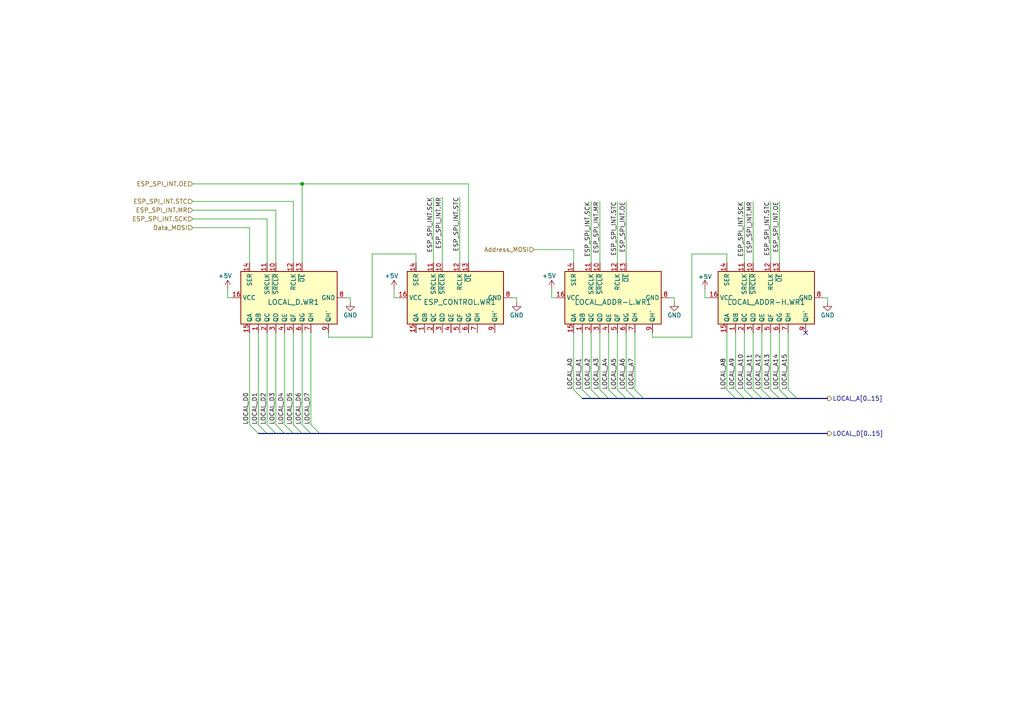
<source format=kicad_sch>
(kicad_sch
	(version 20231120)
	(generator "eeschema")
	(generator_version "8.0")
	(uuid "d176019e-d87d-4ca3-aa19-a50dab961bc1")
	(paper "A4")
	(lib_symbols
		(symbol "74xx:74HC595"
			(exclude_from_sim no)
			(in_bom yes)
			(on_board yes)
			(property "Reference" "U"
				(at -7.62 13.97 0)
				(effects
					(font
						(size 1.27 1.27)
					)
				)
			)
			(property "Value" "74HC595"
				(at -7.62 -16.51 0)
				(effects
					(font
						(size 1.27 1.27)
					)
				)
			)
			(property "Footprint" ""
				(at 0 0 0)
				(effects
					(font
						(size 1.27 1.27)
					)
					(hide yes)
				)
			)
			(property "Datasheet" "http://www.ti.com/lit/ds/symlink/sn74hc595.pdf"
				(at 0 0 0)
				(effects
					(font
						(size 1.27 1.27)
					)
					(hide yes)
				)
			)
			(property "Description" "8-bit serial in/out Shift Register 3-State Outputs"
				(at 0 0 0)
				(effects
					(font
						(size 1.27 1.27)
					)
					(hide yes)
				)
			)
			(property "ki_keywords" "HCMOS SR 3State"
				(at 0 0 0)
				(effects
					(font
						(size 1.27 1.27)
					)
					(hide yes)
				)
			)
			(property "ki_fp_filters" "DIP*W7.62mm* SOIC*3.9x9.9mm*P1.27mm* TSSOP*4.4x5mm*P0.65mm* SOIC*5.3x10.2mm*P1.27mm* SOIC*7.5x10.3mm*P1.27mm*"
				(at 0 0 0)
				(effects
					(font
						(size 1.27 1.27)
					)
					(hide yes)
				)
			)
			(symbol "74HC595_1_0"
				(pin tri_state line
					(at 10.16 7.62 180)
					(length 2.54)
					(name "QB"
						(effects
							(font
								(size 1.27 1.27)
							)
						)
					)
					(number "1"
						(effects
							(font
								(size 1.27 1.27)
							)
						)
					)
				)
				(pin input line
					(at -10.16 2.54 0)
					(length 2.54)
					(name "~{SRCLR}"
						(effects
							(font
								(size 1.27 1.27)
							)
						)
					)
					(number "10"
						(effects
							(font
								(size 1.27 1.27)
							)
						)
					)
				)
				(pin input line
					(at -10.16 5.08 0)
					(length 2.54)
					(name "SRCLK"
						(effects
							(font
								(size 1.27 1.27)
							)
						)
					)
					(number "11"
						(effects
							(font
								(size 1.27 1.27)
							)
						)
					)
				)
				(pin input line
					(at -10.16 -2.54 0)
					(length 2.54)
					(name "RCLK"
						(effects
							(font
								(size 1.27 1.27)
							)
						)
					)
					(number "12"
						(effects
							(font
								(size 1.27 1.27)
							)
						)
					)
				)
				(pin input line
					(at -10.16 -5.08 0)
					(length 2.54)
					(name "~{OE}"
						(effects
							(font
								(size 1.27 1.27)
							)
						)
					)
					(number "13"
						(effects
							(font
								(size 1.27 1.27)
							)
						)
					)
				)
				(pin input line
					(at -10.16 10.16 0)
					(length 2.54)
					(name "SER"
						(effects
							(font
								(size 1.27 1.27)
							)
						)
					)
					(number "14"
						(effects
							(font
								(size 1.27 1.27)
							)
						)
					)
				)
				(pin tri_state line
					(at 10.16 10.16 180)
					(length 2.54)
					(name "QA"
						(effects
							(font
								(size 1.27 1.27)
							)
						)
					)
					(number "15"
						(effects
							(font
								(size 1.27 1.27)
							)
						)
					)
				)
				(pin power_in line
					(at 0 15.24 270)
					(length 2.54)
					(name "VCC"
						(effects
							(font
								(size 1.27 1.27)
							)
						)
					)
					(number "16"
						(effects
							(font
								(size 1.27 1.27)
							)
						)
					)
				)
				(pin tri_state line
					(at 10.16 5.08 180)
					(length 2.54)
					(name "QC"
						(effects
							(font
								(size 1.27 1.27)
							)
						)
					)
					(number "2"
						(effects
							(font
								(size 1.27 1.27)
							)
						)
					)
				)
				(pin tri_state line
					(at 10.16 2.54 180)
					(length 2.54)
					(name "QD"
						(effects
							(font
								(size 1.27 1.27)
							)
						)
					)
					(number "3"
						(effects
							(font
								(size 1.27 1.27)
							)
						)
					)
				)
				(pin tri_state line
					(at 10.16 0 180)
					(length 2.54)
					(name "QE"
						(effects
							(font
								(size 1.27 1.27)
							)
						)
					)
					(number "4"
						(effects
							(font
								(size 1.27 1.27)
							)
						)
					)
				)
				(pin tri_state line
					(at 10.16 -2.54 180)
					(length 2.54)
					(name "QF"
						(effects
							(font
								(size 1.27 1.27)
							)
						)
					)
					(number "5"
						(effects
							(font
								(size 1.27 1.27)
							)
						)
					)
				)
				(pin tri_state line
					(at 10.16 -5.08 180)
					(length 2.54)
					(name "QG"
						(effects
							(font
								(size 1.27 1.27)
							)
						)
					)
					(number "6"
						(effects
							(font
								(size 1.27 1.27)
							)
						)
					)
				)
				(pin tri_state line
					(at 10.16 -7.62 180)
					(length 2.54)
					(name "QH"
						(effects
							(font
								(size 1.27 1.27)
							)
						)
					)
					(number "7"
						(effects
							(font
								(size 1.27 1.27)
							)
						)
					)
				)
				(pin power_in line
					(at 0 -17.78 90)
					(length 2.54)
					(name "GND"
						(effects
							(font
								(size 1.27 1.27)
							)
						)
					)
					(number "8"
						(effects
							(font
								(size 1.27 1.27)
							)
						)
					)
				)
				(pin output line
					(at 10.16 -12.7 180)
					(length 2.54)
					(name "QH'"
						(effects
							(font
								(size 1.27 1.27)
							)
						)
					)
					(number "9"
						(effects
							(font
								(size 1.27 1.27)
							)
						)
					)
				)
			)
			(symbol "74HC595_1_1"
				(rectangle
					(start -7.62 12.7)
					(end 7.62 -15.24)
					(stroke
						(width 0.254)
						(type default)
					)
					(fill
						(type background)
					)
				)
			)
		)
		(symbol "power:+5V"
			(power)
			(pin_names
				(offset 0)
			)
			(exclude_from_sim no)
			(in_bom yes)
			(on_board yes)
			(property "Reference" "#PWR"
				(at 0 -3.81 0)
				(effects
					(font
						(size 1.27 1.27)
					)
					(hide yes)
				)
			)
			(property "Value" "+5V"
				(at 0 3.556 0)
				(effects
					(font
						(size 1.27 1.27)
					)
				)
			)
			(property "Footprint" ""
				(at 0 0 0)
				(effects
					(font
						(size 1.27 1.27)
					)
					(hide yes)
				)
			)
			(property "Datasheet" ""
				(at 0 0 0)
				(effects
					(font
						(size 1.27 1.27)
					)
					(hide yes)
				)
			)
			(property "Description" "Power symbol creates a global label with name \"+5V\""
				(at 0 0 0)
				(effects
					(font
						(size 1.27 1.27)
					)
					(hide yes)
				)
			)
			(property "ki_keywords" "global power"
				(at 0 0 0)
				(effects
					(font
						(size 1.27 1.27)
					)
					(hide yes)
				)
			)
			(symbol "+5V_0_1"
				(polyline
					(pts
						(xy -0.762 1.27) (xy 0 2.54)
					)
					(stroke
						(width 0)
						(type default)
					)
					(fill
						(type none)
					)
				)
				(polyline
					(pts
						(xy 0 0) (xy 0 2.54)
					)
					(stroke
						(width 0)
						(type default)
					)
					(fill
						(type none)
					)
				)
				(polyline
					(pts
						(xy 0 2.54) (xy 0.762 1.27)
					)
					(stroke
						(width 0)
						(type default)
					)
					(fill
						(type none)
					)
				)
			)
			(symbol "+5V_1_1"
				(pin power_in line
					(at 0 0 90)
					(length 0) hide
					(name "+5V"
						(effects
							(font
								(size 1.27 1.27)
							)
						)
					)
					(number "1"
						(effects
							(font
								(size 1.27 1.27)
							)
						)
					)
				)
			)
		)
		(symbol "power:GND"
			(power)
			(pin_names
				(offset 0)
			)
			(exclude_from_sim no)
			(in_bom yes)
			(on_board yes)
			(property "Reference" "#PWR"
				(at 0 -6.35 0)
				(effects
					(font
						(size 1.27 1.27)
					)
					(hide yes)
				)
			)
			(property "Value" "GND"
				(at 0 -3.81 0)
				(effects
					(font
						(size 1.27 1.27)
					)
				)
			)
			(property "Footprint" ""
				(at 0 0 0)
				(effects
					(font
						(size 1.27 1.27)
					)
					(hide yes)
				)
			)
			(property "Datasheet" ""
				(at 0 0 0)
				(effects
					(font
						(size 1.27 1.27)
					)
					(hide yes)
				)
			)
			(property "Description" "Power symbol creates a global label with name \"GND\" , ground"
				(at 0 0 0)
				(effects
					(font
						(size 1.27 1.27)
					)
					(hide yes)
				)
			)
			(property "ki_keywords" "global power"
				(at 0 0 0)
				(effects
					(font
						(size 1.27 1.27)
					)
					(hide yes)
				)
			)
			(symbol "GND_0_1"
				(polyline
					(pts
						(xy 0 0) (xy 0 -1.27) (xy 1.27 -1.27) (xy 0 -2.54) (xy -1.27 -1.27) (xy 0 -1.27)
					)
					(stroke
						(width 0)
						(type default)
					)
					(fill
						(type none)
					)
				)
			)
			(symbol "GND_1_1"
				(pin power_in line
					(at 0 0 270)
					(length 0) hide
					(name "GND"
						(effects
							(font
								(size 1.27 1.27)
							)
						)
					)
					(number "1"
						(effects
							(font
								(size 1.27 1.27)
							)
						)
					)
				)
			)
		)
	)
	(junction
		(at 87.63 53.34)
		(diameter 0)
		(color 0 0 0 0)
		(uuid "2595305b-b1fd-491b-a9bd-df4f75420cc5")
	)
	(no_connect
		(at 233.68 96.52)
		(uuid "a3dd3603-5ef7-4af0-b551-b3ea12798944")
	)
	(bus_entry
		(at 228.6 113.03)
		(size 2.54 2.54)
		(stroke
			(width 0)
			(type default)
		)
		(uuid "0df79844-9d7d-460b-9df8-619c323b09da")
	)
	(bus_entry
		(at 72.39 123.19)
		(size 2.54 2.54)
		(stroke
			(width 0)
			(type default)
		)
		(uuid "10dd36bf-8e19-4541-91d0-3ce50e379cb4")
	)
	(bus_entry
		(at 90.17 123.19)
		(size 2.54 2.54)
		(stroke
			(width 0)
			(type default)
		)
		(uuid "1597f3cb-da84-4cde-9e3b-a4b0001b4b6b")
	)
	(bus_entry
		(at 87.63 123.19)
		(size 2.54 2.54)
		(stroke
			(width 0)
			(type default)
		)
		(uuid "307d5a2e-dc88-410b-9b2a-5e2fc5953b14")
	)
	(bus_entry
		(at 220.98 113.03)
		(size 2.54 2.54)
		(stroke
			(width 0)
			(type default)
		)
		(uuid "30fee1b5-4d6c-424e-9933-fdbb739e98b5")
	)
	(bus_entry
		(at 74.93 123.19)
		(size 2.54 2.54)
		(stroke
			(width 0)
			(type default)
		)
		(uuid "397cc8b6-6914-47af-b308-edff368bd29f")
	)
	(bus_entry
		(at 173.99 113.03)
		(size 2.54 2.54)
		(stroke
			(width 0)
			(type default)
		)
		(uuid "3d0a64cf-cedd-479e-a747-305e58af136f")
	)
	(bus_entry
		(at 223.52 113.03)
		(size 2.54 2.54)
		(stroke
			(width 0)
			(type default)
		)
		(uuid "5cfd05c3-3de0-41a3-bfd7-b6111e53e22c")
	)
	(bus_entry
		(at 176.53 113.03)
		(size 2.54 2.54)
		(stroke
			(width 0)
			(type default)
		)
		(uuid "5ec00040-c839-42c5-ab71-d8b5d276a7c2")
	)
	(bus_entry
		(at 77.47 123.19)
		(size 2.54 2.54)
		(stroke
			(width 0)
			(type default)
		)
		(uuid "83b54731-41b3-485f-8553-0bf1ddc8f4b6")
	)
	(bus_entry
		(at 168.91 113.03)
		(size 2.54 2.54)
		(stroke
			(width 0)
			(type default)
		)
		(uuid "8f890b85-ff99-42c5-bd7f-1baac4665ab8")
	)
	(bus_entry
		(at 215.9 113.03)
		(size 2.54 2.54)
		(stroke
			(width 0)
			(type default)
		)
		(uuid "92bc7428-e920-4477-b580-7f3c336ee916")
	)
	(bus_entry
		(at 181.61 113.03)
		(size 2.54 2.54)
		(stroke
			(width 0)
			(type default)
		)
		(uuid "96c7a331-3722-4ca6-9049-074a7048351a")
	)
	(bus_entry
		(at 166.37 113.03)
		(size 2.54 2.54)
		(stroke
			(width 0)
			(type default)
		)
		(uuid "aa345747-1471-484c-ac44-1ba408a407ed")
	)
	(bus_entry
		(at 85.09 123.19)
		(size 2.54 2.54)
		(stroke
			(width 0)
			(type default)
		)
		(uuid "b05a5b7b-9311-44de-b4a0-85bd8828c148")
	)
	(bus_entry
		(at 184.15 113.03)
		(size 2.54 2.54)
		(stroke
			(width 0)
			(type default)
		)
		(uuid "b2c36449-118b-45e3-90f5-1c7d1f0f5f5c")
	)
	(bus_entry
		(at 80.01 123.19)
		(size 2.54 2.54)
		(stroke
			(width 0)
			(type default)
		)
		(uuid "c06cf76f-1f54-4fbb-b627-fc10f7cbf89b")
	)
	(bus_entry
		(at 226.06 113.03)
		(size 2.54 2.54)
		(stroke
			(width 0)
			(type default)
		)
		(uuid "c8e293f7-bbff-4d13-a6f9-b3dc6615cfe8")
	)
	(bus_entry
		(at 210.82 113.03)
		(size 2.54 2.54)
		(stroke
			(width 0)
			(type default)
		)
		(uuid "d159e2f8-fba5-4182-9da4-b8f321e05b1a")
	)
	(bus_entry
		(at 218.44 113.03)
		(size 2.54 2.54)
		(stroke
			(width 0)
			(type default)
		)
		(uuid "e104b772-df6c-40e6-b177-2e7fac6eceb4")
	)
	(bus_entry
		(at 213.36 113.03)
		(size 2.54 2.54)
		(stroke
			(width 0)
			(type default)
		)
		(uuid "e1062f48-8dc0-4557-badb-4c9f4eabaaf6")
	)
	(bus_entry
		(at 171.45 113.03)
		(size 2.54 2.54)
		(stroke
			(width 0)
			(type default)
		)
		(uuid "e438e286-fefa-403c-bb8f-5462a5335e40")
	)
	(bus_entry
		(at 179.07 113.03)
		(size 2.54 2.54)
		(stroke
			(width 0)
			(type default)
		)
		(uuid "f5d8b908-f9bb-4048-b339-d0d33e3564ed")
	)
	(bus_entry
		(at 82.55 123.19)
		(size 2.54 2.54)
		(stroke
			(width 0)
			(type default)
		)
		(uuid "fab15024-e8ff-44ef-8737-3cf1096d5bfa")
	)
	(wire
		(pts
			(xy 200.66 97.79) (xy 200.66 73.66)
		)
		(stroke
			(width 0)
			(type default)
		)
		(uuid "0270347a-9b4a-4709-ba13-e239837025a0")
	)
	(bus
		(pts
			(xy 173.99 115.57) (xy 176.53 115.57)
		)
		(stroke
			(width 0)
			(type default)
		)
		(uuid "02c43ee6-36e7-49cf-b636-e471990b2e89")
	)
	(wire
		(pts
			(xy 223.52 96.52) (xy 223.52 113.03)
		)
		(stroke
			(width 0)
			(type default)
		)
		(uuid "0465c0de-590f-46e3-a4a3-e51bddc087ff")
	)
	(wire
		(pts
			(xy 55.88 66.04) (xy 72.39 66.04)
		)
		(stroke
			(width 0)
			(type default)
		)
		(uuid "077561b7-cc65-4094-a792-cf4dac882e40")
	)
	(bus
		(pts
			(xy 213.36 115.57) (xy 215.9 115.57)
		)
		(stroke
			(width 0)
			(type default)
		)
		(uuid "0897c4a9-b172-483c-b535-00bee367c2c0")
	)
	(wire
		(pts
			(xy 101.6 87.63) (xy 101.6 86.36)
		)
		(stroke
			(width 0)
			(type default)
		)
		(uuid "0a2cf1bb-eea3-46e4-82c4-77cf0b77c469")
	)
	(bus
		(pts
			(xy 168.91 115.57) (xy 171.45 115.57)
		)
		(stroke
			(width 0)
			(type default)
		)
		(uuid "0d2905e2-8045-4c98-bbcc-b57b00cdf7de")
	)
	(wire
		(pts
			(xy 107.95 73.66) (xy 120.65 73.66)
		)
		(stroke
			(width 0)
			(type default)
		)
		(uuid "0e0beb60-92db-4f03-b225-1ad8b8c8dc33")
	)
	(wire
		(pts
			(xy 200.66 97.79) (xy 189.23 97.79)
		)
		(stroke
			(width 0)
			(type default)
		)
		(uuid "0e4ffe9a-abbf-4146-b4a0-731226e1ed2e")
	)
	(wire
		(pts
			(xy 87.63 53.34) (xy 135.89 53.34)
		)
		(stroke
			(width 0)
			(type default)
		)
		(uuid "0f403ee3-7f92-4649-92e3-86537b78fe73")
	)
	(wire
		(pts
			(xy 55.88 60.96) (xy 80.01 60.96)
		)
		(stroke
			(width 0)
			(type default)
		)
		(uuid "0fcb69aa-2d51-46e1-a048-45c870153919")
	)
	(wire
		(pts
			(xy 184.15 96.52) (xy 184.15 113.03)
		)
		(stroke
			(width 0)
			(type default)
		)
		(uuid "122d274e-64dd-4ffc-984e-e7eeaeafaa08")
	)
	(bus
		(pts
			(xy 74.93 125.73) (xy 77.47 125.73)
		)
		(stroke
			(width 0)
			(type default)
		)
		(uuid "14eefcee-5e18-4919-9019-59f6befebc14")
	)
	(wire
		(pts
			(xy 220.98 96.52) (xy 220.98 113.03)
		)
		(stroke
			(width 0)
			(type default)
		)
		(uuid "173d0082-9905-4106-a7f0-d8ea385e9662")
	)
	(wire
		(pts
			(xy 218.44 96.52) (xy 218.44 113.03)
		)
		(stroke
			(width 0)
			(type default)
		)
		(uuid "189cb279-6667-401f-9083-aef57cf1710a")
	)
	(wire
		(pts
			(xy 87.63 123.19) (xy 87.63 96.52)
		)
		(stroke
			(width 0)
			(type default)
		)
		(uuid "1afa5c0a-d53a-42f1-9aca-ef844be38dd3")
	)
	(wire
		(pts
			(xy 72.39 66.04) (xy 72.39 76.2)
		)
		(stroke
			(width 0)
			(type default)
		)
		(uuid "1e27a3f9-0c1a-450f-b2a4-b72b8b56b66d")
	)
	(wire
		(pts
			(xy 107.95 97.79) (xy 95.25 97.79)
		)
		(stroke
			(width 0)
			(type default)
		)
		(uuid "24e5f7f3-39bb-4ac8-9c18-dcc74107a898")
	)
	(wire
		(pts
			(xy 72.39 123.19) (xy 72.39 96.52)
		)
		(stroke
			(width 0)
			(type default)
		)
		(uuid "283d7aa0-2eff-4a58-8957-928466ee1954")
	)
	(wire
		(pts
			(xy 160.02 83.82) (xy 160.02 86.36)
		)
		(stroke
			(width 0)
			(type default)
		)
		(uuid "2a4eb743-2e06-471e-ba37-66de0c48ce10")
	)
	(bus
		(pts
			(xy 85.09 125.73) (xy 87.63 125.73)
		)
		(stroke
			(width 0)
			(type default)
		)
		(uuid "2e975d0d-f52d-43c7-9db1-518b35f7666f")
	)
	(wire
		(pts
			(xy 223.52 58.42) (xy 223.52 76.2)
		)
		(stroke
			(width 0)
			(type default)
		)
		(uuid "32bf68cd-ebe2-413f-b535-33eeb14ef101")
	)
	(wire
		(pts
			(xy 173.99 96.52) (xy 173.99 113.03)
		)
		(stroke
			(width 0)
			(type default)
		)
		(uuid "36545b8c-8992-4b32-90cb-f59f127ded7d")
	)
	(bus
		(pts
			(xy 215.9 115.57) (xy 218.44 115.57)
		)
		(stroke
			(width 0)
			(type default)
		)
		(uuid "398c4951-51ec-4077-8598-69482196afd4")
	)
	(bus
		(pts
			(xy 228.6 115.57) (xy 231.14 115.57)
		)
		(stroke
			(width 0)
			(type default)
		)
		(uuid "3b5241a0-d4ef-4d38-a5e1-21a4e0341f36")
	)
	(wire
		(pts
			(xy 179.07 58.42) (xy 179.07 76.2)
		)
		(stroke
			(width 0)
			(type default)
		)
		(uuid "3d80fd96-117b-476c-845d-7a74a8bb74b6")
	)
	(wire
		(pts
			(xy 154.94 72.39) (xy 166.37 72.39)
		)
		(stroke
			(width 0)
			(type default)
		)
		(uuid "3db083c3-7aa4-44ff-8968-e930d24675ee")
	)
	(wire
		(pts
			(xy 176.53 96.52) (xy 176.53 113.03)
		)
		(stroke
			(width 0)
			(type default)
		)
		(uuid "40bafe0c-0620-470f-9c5c-e36b333caa12")
	)
	(wire
		(pts
			(xy 181.61 58.42) (xy 181.61 76.2)
		)
		(stroke
			(width 0)
			(type default)
		)
		(uuid "472052a1-40a9-46d4-b28d-96bf80c67de5")
	)
	(wire
		(pts
			(xy 135.89 53.34) (xy 135.89 76.2)
		)
		(stroke
			(width 0)
			(type default)
		)
		(uuid "499f92a0-8f19-4881-a50b-2cd9c8cad1c6")
	)
	(wire
		(pts
			(xy 210.82 76.2) (xy 210.82 73.66)
		)
		(stroke
			(width 0)
			(type default)
		)
		(uuid "4cf140b1-19fe-4e0a-ab11-0ac2ba6dc5eb")
	)
	(wire
		(pts
			(xy 204.47 83.82) (xy 204.47 86.36)
		)
		(stroke
			(width 0)
			(type default)
		)
		(uuid "4e3c59d0-1d1e-4534-acf1-fefd5e90e99a")
	)
	(wire
		(pts
			(xy 240.03 86.36) (xy 240.03 87.63)
		)
		(stroke
			(width 0)
			(type default)
		)
		(uuid "4f1b2e25-d8fa-40de-a6c3-94f1e46f54e8")
	)
	(wire
		(pts
			(xy 226.06 96.52) (xy 226.06 113.03)
		)
		(stroke
			(width 0)
			(type default)
		)
		(uuid "5029907c-0971-442d-8b42-b40a73ac1271")
	)
	(wire
		(pts
			(xy 66.04 86.36) (xy 67.31 86.36)
		)
		(stroke
			(width 0)
			(type default)
		)
		(uuid "5330b857-b25f-4ccf-b596-bd84c9712bba")
	)
	(bus
		(pts
			(xy 186.69 115.57) (xy 213.36 115.57)
		)
		(stroke
			(width 0)
			(type default)
		)
		(uuid "59524b62-e639-4776-ae73-f2e884399436")
	)
	(wire
		(pts
			(xy 80.01 123.19) (xy 80.01 96.52)
		)
		(stroke
			(width 0)
			(type default)
		)
		(uuid "5ebc2126-84b2-4f1f-986f-9300ee965602")
	)
	(wire
		(pts
			(xy 125.73 57.15) (xy 125.73 76.2)
		)
		(stroke
			(width 0)
			(type default)
		)
		(uuid "67853870-6022-4815-9cf4-0830bdd76b5f")
	)
	(bus
		(pts
			(xy 80.01 125.73) (xy 82.55 125.73)
		)
		(stroke
			(width 0)
			(type default)
		)
		(uuid "690570f6-2a74-4b36-ba55-32a1c8630c8f")
	)
	(wire
		(pts
			(xy 166.37 72.39) (xy 166.37 76.2)
		)
		(stroke
			(width 0)
			(type default)
		)
		(uuid "691c12b2-8d68-4959-bc6e-e1e7c898668a")
	)
	(wire
		(pts
			(xy 171.45 58.42) (xy 171.45 76.2)
		)
		(stroke
			(width 0)
			(type default)
		)
		(uuid "6a0c11d9-487e-4a00-8a3f-d2e8a057099e")
	)
	(wire
		(pts
			(xy 85.09 58.42) (xy 85.09 76.2)
		)
		(stroke
			(width 0)
			(type default)
		)
		(uuid "6b050895-40a1-4d66-8f9d-d9837e7277ae")
	)
	(wire
		(pts
			(xy 149.86 86.36) (xy 148.59 86.36)
		)
		(stroke
			(width 0)
			(type default)
		)
		(uuid "7015510d-1740-40b6-9c46-7e7aab452714")
	)
	(bus
		(pts
			(xy 179.07 115.57) (xy 181.61 115.57)
		)
		(stroke
			(width 0)
			(type default)
		)
		(uuid "706023e7-6b03-4d37-abb1-531d2eee1576")
	)
	(wire
		(pts
			(xy 215.9 96.52) (xy 215.9 113.03)
		)
		(stroke
			(width 0)
			(type default)
		)
		(uuid "77383a45-2a07-4cb4-8482-73b0941e6aa1")
	)
	(wire
		(pts
			(xy 200.66 73.66) (xy 210.82 73.66)
		)
		(stroke
			(width 0)
			(type default)
		)
		(uuid "798cd417-848a-4fce-b535-2dd35d504ac0")
	)
	(wire
		(pts
			(xy 210.82 96.52) (xy 210.82 113.03)
		)
		(stroke
			(width 0)
			(type default)
		)
		(uuid "7c10430d-a1a2-492a-a65e-5ab00cb65b07")
	)
	(wire
		(pts
			(xy 114.3 86.36) (xy 115.57 86.36)
		)
		(stroke
			(width 0)
			(type default)
		)
		(uuid "7c74295a-8189-441e-ac10-a757dad0f5e9")
	)
	(bus
		(pts
			(xy 82.55 125.73) (xy 85.09 125.73)
		)
		(stroke
			(width 0)
			(type default)
		)
		(uuid "7d56a509-0938-4732-9088-02410091344c")
	)
	(wire
		(pts
			(xy 195.58 86.36) (xy 195.58 87.63)
		)
		(stroke
			(width 0)
			(type default)
		)
		(uuid "7e7150f3-9d20-4b3a-aefa-182c9cb4e523")
	)
	(wire
		(pts
			(xy 85.09 123.19) (xy 85.09 96.52)
		)
		(stroke
			(width 0)
			(type default)
		)
		(uuid "856d7c28-3fa5-4372-9448-349f95eb03f3")
	)
	(wire
		(pts
			(xy 101.6 86.36) (xy 100.33 86.36)
		)
		(stroke
			(width 0)
			(type default)
		)
		(uuid "87b5bcb3-a6da-4a6b-8adf-4336a8085676")
	)
	(wire
		(pts
			(xy 74.93 123.19) (xy 74.93 96.52)
		)
		(stroke
			(width 0)
			(type default)
		)
		(uuid "87c3b0c1-62d2-4303-a772-aaec194816c4")
	)
	(wire
		(pts
			(xy 55.88 53.34) (xy 87.63 53.34)
		)
		(stroke
			(width 0)
			(type default)
		)
		(uuid "8acc82de-9847-4524-b249-6d84bb37560d")
	)
	(wire
		(pts
			(xy 173.99 58.42) (xy 173.99 76.2)
		)
		(stroke
			(width 0)
			(type default)
		)
		(uuid "8b10b9d3-7dc5-4bb4-9b77-e179a3d9c72b")
	)
	(wire
		(pts
			(xy 95.25 97.79) (xy 95.25 96.52)
		)
		(stroke
			(width 0)
			(type default)
		)
		(uuid "91e22894-2133-448a-8d56-d95ddea996f4")
	)
	(bus
		(pts
			(xy 77.47 125.73) (xy 80.01 125.73)
		)
		(stroke
			(width 0)
			(type default)
		)
		(uuid "94dfe256-fb77-443c-bd31-b01deb8ce5d2")
	)
	(wire
		(pts
			(xy 166.37 96.52) (xy 166.37 113.03)
		)
		(stroke
			(width 0)
			(type default)
		)
		(uuid "977de401-8414-4c39-ba71-4be725624245")
	)
	(bus
		(pts
			(xy 92.71 125.73) (xy 240.03 125.73)
		)
		(stroke
			(width 0)
			(type default)
		)
		(uuid "97a64225-f1e9-4b21-8ee9-ac1b569923e0")
	)
	(wire
		(pts
			(xy 168.91 96.52) (xy 168.91 113.03)
		)
		(stroke
			(width 0)
			(type default)
		)
		(uuid "9899a3e5-71f9-4257-9b38-de6e47707992")
	)
	(wire
		(pts
			(xy 215.9 58.42) (xy 215.9 76.2)
		)
		(stroke
			(width 0)
			(type default)
		)
		(uuid "9aeb5030-5590-4e5b-be15-81b5a7b8f778")
	)
	(wire
		(pts
			(xy 179.07 96.52) (xy 179.07 113.03)
		)
		(stroke
			(width 0)
			(type default)
		)
		(uuid "9ba234b7-b884-4da1-8984-880e9c9aeaa9")
	)
	(wire
		(pts
			(xy 114.3 83.82) (xy 114.3 86.36)
		)
		(stroke
			(width 0)
			(type default)
		)
		(uuid "9de3472b-ba5e-4584-91bf-ac4db6e32803")
	)
	(wire
		(pts
			(xy 120.65 73.66) (xy 120.65 76.2)
		)
		(stroke
			(width 0)
			(type default)
		)
		(uuid "9ef9d204-d6a8-4725-b778-7ab0d2b83363")
	)
	(wire
		(pts
			(xy 90.17 123.19) (xy 90.17 96.52)
		)
		(stroke
			(width 0)
			(type default)
		)
		(uuid "a09099f5-26ac-44ba-8b52-5dc494d2b132")
	)
	(wire
		(pts
			(xy 213.36 96.52) (xy 213.36 113.03)
		)
		(stroke
			(width 0)
			(type default)
		)
		(uuid "a26a86f2-0b71-43c6-b007-44ef0ee417a0")
	)
	(wire
		(pts
			(xy 80.01 60.96) (xy 80.01 76.2)
		)
		(stroke
			(width 0)
			(type default)
		)
		(uuid "aa5cebf6-7017-4422-83a5-01f797776228")
	)
	(wire
		(pts
			(xy 181.61 96.52) (xy 181.61 113.03)
		)
		(stroke
			(width 0)
			(type default)
		)
		(uuid "b3e98c41-40ac-43ab-9742-b8b698b89a93")
	)
	(wire
		(pts
			(xy 82.55 123.19) (xy 82.55 96.52)
		)
		(stroke
			(width 0)
			(type default)
		)
		(uuid "b642c0d4-2e3e-4093-8769-61c8df96ba62")
	)
	(wire
		(pts
			(xy 149.86 87.63) (xy 149.86 86.36)
		)
		(stroke
			(width 0)
			(type default)
		)
		(uuid "b83b4a6a-0781-4e19-ab1d-71d6d7d5c371")
	)
	(wire
		(pts
			(xy 218.44 58.42) (xy 218.44 76.2)
		)
		(stroke
			(width 0)
			(type default)
		)
		(uuid "baecd289-4899-487d-b192-2af7573f23e5")
	)
	(bus
		(pts
			(xy 226.06 115.57) (xy 228.6 115.57)
		)
		(stroke
			(width 0)
			(type default)
		)
		(uuid "bc3280a2-13ef-41ef-a4f8-165e11cb3e12")
	)
	(bus
		(pts
			(xy 171.45 115.57) (xy 173.99 115.57)
		)
		(stroke
			(width 0)
			(type default)
		)
		(uuid "c1067f78-d63a-44d7-bf71-6d56e75ba341")
	)
	(bus
		(pts
			(xy 223.52 115.57) (xy 226.06 115.57)
		)
		(stroke
			(width 0)
			(type default)
		)
		(uuid "c1e67e15-5ed2-43ba-a253-75c235cf9b7d")
	)
	(wire
		(pts
			(xy 128.27 76.2) (xy 128.27 57.15)
		)
		(stroke
			(width 0)
			(type default)
		)
		(uuid "c2797609-25d6-4e38-b7f0-eb848440dc67")
	)
	(bus
		(pts
			(xy 218.44 115.57) (xy 220.98 115.57)
		)
		(stroke
			(width 0)
			(type default)
		)
		(uuid "c7bb64b1-c172-4099-a22d-3c391c51c109")
	)
	(wire
		(pts
			(xy 228.6 96.52) (xy 228.6 113.03)
		)
		(stroke
			(width 0)
			(type default)
		)
		(uuid "cd37e1a5-5098-4834-96cf-c3ed9a70b60f")
	)
	(bus
		(pts
			(xy 181.61 115.57) (xy 184.15 115.57)
		)
		(stroke
			(width 0)
			(type default)
		)
		(uuid "cf9539e8-0540-4b65-af1c-1275c528f27f")
	)
	(wire
		(pts
			(xy 87.63 53.34) (xy 87.63 76.2)
		)
		(stroke
			(width 0)
			(type default)
		)
		(uuid "cfff52ad-f5a2-4d8d-8d44-2bce9b46aac4")
	)
	(wire
		(pts
			(xy 195.58 86.36) (xy 194.31 86.36)
		)
		(stroke
			(width 0)
			(type default)
		)
		(uuid "d10e96b2-0aec-45b5-bc62-569d4048e1df")
	)
	(wire
		(pts
			(xy 160.02 86.36) (xy 161.29 86.36)
		)
		(stroke
			(width 0)
			(type default)
		)
		(uuid "d2b9315a-69a1-41a8-b14f-5aa4e2800fc1")
	)
	(wire
		(pts
			(xy 77.47 123.19) (xy 77.47 96.52)
		)
		(stroke
			(width 0)
			(type default)
		)
		(uuid "d44cd05b-c4f1-432a-9bf5-2b00867d3b14")
	)
	(wire
		(pts
			(xy 107.95 97.79) (xy 107.95 73.66)
		)
		(stroke
			(width 0)
			(type default)
		)
		(uuid "d99eb5ef-15cd-4330-84b6-1e2a6823f6e0")
	)
	(bus
		(pts
			(xy 90.17 125.73) (xy 92.71 125.73)
		)
		(stroke
			(width 0)
			(type default)
		)
		(uuid "dc2aeecc-e1a7-4ff1-83bb-717d002220d6")
	)
	(wire
		(pts
			(xy 204.47 86.36) (xy 205.74 86.36)
		)
		(stroke
			(width 0)
			(type default)
		)
		(uuid "dcc72426-abd4-4494-8311-665320b32543")
	)
	(bus
		(pts
			(xy 184.15 115.57) (xy 186.69 115.57)
		)
		(stroke
			(width 0)
			(type default)
		)
		(uuid "e1a0020f-34b5-4986-93c3-0f8c09cb20b8")
	)
	(wire
		(pts
			(xy 226.06 58.42) (xy 226.06 76.2)
		)
		(stroke
			(width 0)
			(type default)
		)
		(uuid "e2880eb7-1e71-486f-aa96-d9a3d1125c68")
	)
	(wire
		(pts
			(xy 77.47 63.5) (xy 77.47 76.2)
		)
		(stroke
			(width 0)
			(type default)
		)
		(uuid "e335514a-7a85-441b-a9c7-53662c3fa55b")
	)
	(bus
		(pts
			(xy 87.63 125.73) (xy 90.17 125.73)
		)
		(stroke
			(width 0)
			(type default)
		)
		(uuid "e97fef39-d44e-4246-98cc-42f04b5e4cd9")
	)
	(wire
		(pts
			(xy 189.23 97.79) (xy 189.23 96.52)
		)
		(stroke
			(width 0)
			(type default)
		)
		(uuid "e9abf816-2e6e-4bde-bb35-07f47cfe25d2")
	)
	(wire
		(pts
			(xy 66.04 83.82) (xy 66.04 86.36)
		)
		(stroke
			(width 0)
			(type default)
		)
		(uuid "ea385124-19a1-48d4-8542-89e61b575380")
	)
	(wire
		(pts
			(xy 171.45 96.52) (xy 171.45 113.03)
		)
		(stroke
			(width 0)
			(type default)
		)
		(uuid "ea7cfcc5-f41d-4666-8c26-9092b2f2fff0")
	)
	(wire
		(pts
			(xy 133.35 57.15) (xy 133.35 76.2)
		)
		(stroke
			(width 0)
			(type default)
		)
		(uuid "ee746bde-9c96-4fba-a82d-b80189788d1c")
	)
	(bus
		(pts
			(xy 220.98 115.57) (xy 223.52 115.57)
		)
		(stroke
			(width 0)
			(type default)
		)
		(uuid "f3ba8a6c-ea8f-4262-a21d-44291a6c2cb4")
	)
	(bus
		(pts
			(xy 231.14 115.57) (xy 240.03 115.57)
		)
		(stroke
			(width 0)
			(type default)
		)
		(uuid "f9ad91d0-fad5-4e7a-b690-8bbf9f65db37")
	)
	(wire
		(pts
			(xy 55.88 58.42) (xy 85.09 58.42)
		)
		(stroke
			(width 0)
			(type default)
		)
		(uuid "fb4b911b-6632-4b59-9189-ccab0bdfa4dc")
	)
	(wire
		(pts
			(xy 55.88 63.5) (xy 77.47 63.5)
		)
		(stroke
			(width 0)
			(type default)
		)
		(uuid "fcf70245-f22b-4330-b9cb-0932dbae4fb6")
	)
	(wire
		(pts
			(xy 240.03 86.36) (xy 238.76 86.36)
		)
		(stroke
			(width 0)
			(type default)
		)
		(uuid "ff22ee04-daef-4cf6-ba4e-cf162589c744")
	)
	(bus
		(pts
			(xy 176.53 115.57) (xy 179.07 115.57)
		)
		(stroke
			(width 0)
			(type default)
		)
		(uuid "ffe9410c-1322-477c-9ad9-e8cf954b8c1c")
	)
	(label "LOCAL_D2"
		(at 77.47 123.19 90)
		(fields_autoplaced yes)
		(effects
			(font
				(size 1.27 1.27)
			)
			(justify left bottom)
		)
		(uuid "15284989-160c-4719-9ed3-a8f0b290ee01")
	)
	(label "LOCAL_D1"
		(at 74.93 123.19 90)
		(fields_autoplaced yes)
		(effects
			(font
				(size 1.27 1.27)
			)
			(justify left bottom)
		)
		(uuid "3208b0bb-8c54-4bcf-9261-34389499b9a7")
	)
	(label "ESP_SPI_INT.STC"
		(at 133.35 57.15 270)
		(fields_autoplaced yes)
		(effects
			(font
				(size 1.27 1.27)
			)
			(justify right bottom)
		)
		(uuid "350297dd-d0b8-4eb9-8671-e1766034a6b7")
	)
	(label "LOCAL_A3"
		(at 173.99 113.03 90)
		(fields_autoplaced yes)
		(effects
			(font
				(size 1.27 1.27)
			)
			(justify left bottom)
		)
		(uuid "35ce71e7-c4d5-4b26-a984-7b67da576a3e")
	)
	(label "LOCAL_D6"
		(at 87.63 123.19 90)
		(fields_autoplaced yes)
		(effects
			(font
				(size 1.27 1.27)
			)
			(justify left bottom)
		)
		(uuid "42b34112-a066-4464-a4db-ec5645371396")
	)
	(label "ESP_SPI_INT.STC"
		(at 179.07 58.42 270)
		(fields_autoplaced yes)
		(effects
			(font
				(size 1.27 1.27)
			)
			(justify right bottom)
		)
		(uuid "4806e9a1-d76a-4d83-93b8-4756f97bea43")
	)
	(label "ESP_SPI_INT.MR"
		(at 128.27 57.15 270)
		(fields_autoplaced yes)
		(effects
			(font
				(size 1.27 1.27)
			)
			(justify right bottom)
		)
		(uuid "4983e93b-3d1d-456f-a906-e225b3cd1c59")
	)
	(label "LOCAL_A9"
		(at 213.36 113.03 90)
		(fields_autoplaced yes)
		(effects
			(font
				(size 1.27 1.27)
			)
			(justify left bottom)
		)
		(uuid "4ef1bd6f-7b20-4ad1-9f8f-3ab079ab4686")
	)
	(label "LOCAL_A1"
		(at 168.91 113.03 90)
		(fields_autoplaced yes)
		(effects
			(font
				(size 1.27 1.27)
			)
			(justify left bottom)
		)
		(uuid "5154d434-5e9d-45ce-9e9b-110c2d23b41a")
	)
	(label "ESP_SPI_INT.STC"
		(at 223.52 58.42 270)
		(fields_autoplaced yes)
		(effects
			(font
				(size 1.27 1.27)
			)
			(justify right bottom)
		)
		(uuid "61933ef7-1cc1-476a-9678-5ceeaaf0ecbd")
	)
	(label "LOCAL_D4"
		(at 82.55 123.19 90)
		(fields_autoplaced yes)
		(effects
			(font
				(size 1.27 1.27)
			)
			(justify left bottom)
		)
		(uuid "6281b6ea-61db-4b68-96e7-99a67733c98c")
	)
	(label "ESP_SPI_INT.SCK"
		(at 125.73 57.15 270)
		(fields_autoplaced yes)
		(effects
			(font
				(size 1.27 1.27)
			)
			(justify right bottom)
		)
		(uuid "6519f1a1-4538-4616-986e-d7d80d97bd3c")
	)
	(label "ESP_SPI_INT.SCK"
		(at 215.9 58.42 270)
		(fields_autoplaced yes)
		(effects
			(font
				(size 1.27 1.27)
			)
			(justify right bottom)
		)
		(uuid "6e966d9b-b416-4b64-82c8-baa7104ab3f2")
	)
	(label "LOCAL_D0"
		(at 72.39 123.19 90)
		(fields_autoplaced yes)
		(effects
			(font
				(size 1.27 1.27)
			)
			(justify left bottom)
		)
		(uuid "771556ad-5b0b-417b-a644-3cb4aad189c6")
	)
	(label "LOCAL_A2"
		(at 171.45 113.03 90)
		(fields_autoplaced yes)
		(effects
			(font
				(size 1.27 1.27)
			)
			(justify left bottom)
		)
		(uuid "8530a9a1-f1db-4284-adc6-a172d9bb54c0")
	)
	(label "LOCAL_D5"
		(at 85.09 123.19 90)
		(fields_autoplaced yes)
		(effects
			(font
				(size 1.27 1.27)
			)
			(justify left bottom)
		)
		(uuid "8a7affbe-da7b-46d6-ab5f-3ecf0e8ccc82")
	)
	(label "ESP_SPI_INT.SCK"
		(at 171.45 58.42 270)
		(fields_autoplaced yes)
		(effects
			(font
				(size 1.27 1.27)
			)
			(justify right bottom)
		)
		(uuid "8b0f6545-52c0-44af-a894-da6f34e8cf12")
	)
	(label "LOCAL_A5"
		(at 179.07 113.03 90)
		(fields_autoplaced yes)
		(effects
			(font
				(size 1.27 1.27)
			)
			(justify left bottom)
		)
		(uuid "8b2ca512-4761-43ec-a8c7-460e12ac2223")
	)
	(label "LOCAL_D7"
		(at 90.17 123.19 90)
		(fields_autoplaced yes)
		(effects
			(font
				(size 1.27 1.27)
			)
			(justify left bottom)
		)
		(uuid "90817fd5-7ab8-4ada-90fd-1b39db1b929d")
	)
	(label "ESP_SPI_INT.MR"
		(at 173.99 58.42 270)
		(fields_autoplaced yes)
		(effects
			(font
				(size 1.27 1.27)
			)
			(justify right bottom)
		)
		(uuid "9a0106bc-3c79-4f8c-8531-3ccb3e8b749f")
	)
	(label "LOCAL_A10"
		(at 215.9 113.03 90)
		(fields_autoplaced yes)
		(effects
			(font
				(size 1.27 1.27)
			)
			(justify left bottom)
		)
		(uuid "a4d844d4-56f3-4c5d-93b9-1ce1c7dabb85")
	)
	(label "LOCAL_A12"
		(at 220.98 113.03 90)
		(fields_autoplaced yes)
		(effects
			(font
				(size 1.27 1.27)
			)
			(justify left bottom)
		)
		(uuid "ae0a968d-bc26-4d51-96ae-1433f67ce522")
	)
	(label "ESP_SPI_INT.MR"
		(at 218.44 58.42 270)
		(fields_autoplaced yes)
		(effects
			(font
				(size 1.27 1.27)
			)
			(justify right bottom)
		)
		(uuid "bce075c6-37f9-41d7-9f7d-4603ce09fef1")
	)
	(label "LOCAL_A11"
		(at 218.44 113.03 90)
		(fields_autoplaced yes)
		(effects
			(font
				(size 1.27 1.27)
			)
			(justify left bottom)
		)
		(uuid "bece9143-2cba-4177-baf8-c0e76d0b5366")
	)
	(label "LOCAL_A7"
		(at 184.15 113.03 90)
		(fields_autoplaced yes)
		(effects
			(font
				(size 1.27 1.27)
			)
			(justify left bottom)
		)
		(uuid "c01f3181-ed11-4e38-b924-c10fde9cb9d1")
	)
	(label "LOCAL_D3"
		(at 80.01 123.19 90)
		(fields_autoplaced yes)
		(effects
			(font
				(size 1.27 1.27)
			)
			(justify left bottom)
		)
		(uuid "c25d1807-6684-44b2-9527-26a47ee674ea")
	)
	(label "ESP_SPI_INT.OE"
		(at 181.61 58.42 270)
		(fields_autoplaced yes)
		(effects
			(font
				(size 1.27 1.27)
			)
			(justify right bottom)
		)
		(uuid "c3ac54bc-14bc-4bfb-a373-8e5065b017cc")
	)
	(label "ESP_SPI_INT.OE"
		(at 226.06 58.42 270)
		(fields_autoplaced yes)
		(effects
			(font
				(size 1.27 1.27)
			)
			(justify right bottom)
		)
		(uuid "c958d49e-69b0-4af7-9cdb-97c53c0f67c8")
	)
	(label "LOCAL_A14"
		(at 226.06 113.03 90)
		(fields_autoplaced yes)
		(effects
			(font
				(size 1.27 1.27)
			)
			(justify left bottom)
		)
		(uuid "cd8fb9f4-2612-49d9-b641-5629adc612bb")
	)
	(label "LOCAL_A4"
		(at 176.53 113.03 90)
		(fields_autoplaced yes)
		(effects
			(font
				(size 1.27 1.27)
			)
			(justify left bottom)
		)
		(uuid "cd979bdd-877e-4639-84af-695db7e74d11")
	)
	(label "LOCAL_A6"
		(at 181.61 113.03 90)
		(fields_autoplaced yes)
		(effects
			(font
				(size 1.27 1.27)
			)
			(justify left bottom)
		)
		(uuid "cfe470b9-6ac8-4e92-824a-746e6549a6b5")
	)
	(label "LOCAL_A15"
		(at 228.6 113.03 90)
		(fields_autoplaced yes)
		(effects
			(font
				(size 1.27 1.27)
			)
			(justify left bottom)
		)
		(uuid "e389e645-1a87-466f-8d7b-82fae2545c81")
	)
	(label "LOCAL_A13"
		(at 223.52 113.03 90)
		(fields_autoplaced yes)
		(effects
			(font
				(size 1.27 1.27)
			)
			(justify left bottom)
		)
		(uuid "f373233d-f49f-4ed5-b260-3893a53875a0")
	)
	(label "LOCAL_A0"
		(at 166.37 113.03 90)
		(fields_autoplaced yes)
		(effects
			(font
				(size 1.27 1.27)
			)
			(justify left bottom)
		)
		(uuid "f76bdc9c-5558-4b9b-815d-3be23366c357")
	)
	(label "LOCAL_A8"
		(at 210.82 113.03 90)
		(fields_autoplaced yes)
		(effects
			(font
				(size 1.27 1.27)
			)
			(justify left bottom)
		)
		(uuid "fdb33b7a-3ddf-4166-9909-441f92c59117")
	)
	(hierarchical_label "ESP_SPI_INT.MR"
		(shape input)
		(at 55.88 60.96 180)
		(fields_autoplaced yes)
		(effects
			(font
				(size 1.27 1.27)
			)
			(justify right)
		)
		(uuid "029588c0-6bf0-47bd-b222-5b26e3c40dca")
	)
	(hierarchical_label "ESP_SPI_INT.SCK"
		(shape input)
		(at 55.88 63.5 180)
		(fields_autoplaced yes)
		(effects
			(font
				(size 1.27 1.27)
			)
			(justify right)
		)
		(uuid "75aedf45-9a23-4303-8a56-22b24c4ec7a9")
	)
	(hierarchical_label "ESP_SPI_INT.STC"
		(shape input)
		(at 55.88 58.42 180)
		(fields_autoplaced yes)
		(effects
			(font
				(size 1.27 1.27)
			)
			(justify right)
		)
		(uuid "8cdbb47b-61ee-4b80-9607-d0b6920f71c5")
	)
	(hierarchical_label "Data_MOSI"
		(shape input)
		(at 55.88 66.04 180)
		(fields_autoplaced yes)
		(effects
			(font
				(size 1.27 1.27)
			)
			(justify right)
		)
		(uuid "b75ea97e-f0a2-4711-a051-9ab0ad7a0643")
	)
	(hierarchical_label "ESP_SPI_INT.OE"
		(shape input)
		(at 55.88 53.34 180)
		(fields_autoplaced yes)
		(effects
			(font
				(size 1.27 1.27)
			)
			(justify right)
		)
		(uuid "c099184a-781b-4864-8704-9d51640e0b99")
	)
	(hierarchical_label "LOCAL_D[0..15]"
		(shape output)
		(at 240.03 125.73 0)
		(fields_autoplaced yes)
		(effects
			(font
				(size 1.27 1.27)
			)
			(justify left)
		)
		(uuid "d3b20de0-3fc7-4dd2-b2ed-ea518c63ee30")
	)
	(hierarchical_label "LOCAL_A[0..15]"
		(shape output)
		(at 240.03 115.57 0)
		(fields_autoplaced yes)
		(effects
			(font
				(size 1.27 1.27)
			)
			(justify left)
		)
		(uuid "dfa93de7-397a-4df9-b34d-5e6063d8834a")
	)
	(hierarchical_label "Address_MOSI"
		(shape input)
		(at 154.94 72.39 180)
		(fields_autoplaced yes)
		(effects
			(font
				(size 1.27 1.27)
			)
			(justify right)
		)
		(uuid "f47d6deb-a656-4584-8424-c14c9a6fafd7")
	)
	(symbol
		(lib_id "74xx:74HC595")
		(at 176.53 86.36 90)
		(mirror x)
		(unit 1)
		(exclude_from_sim no)
		(in_bom yes)
		(on_board yes)
		(dnp no)
		(uuid "054396e7-a3c8-405b-9a34-31a157580f58")
		(property "Reference" "LOCAL_ADDR-L.WR1"
			(at 177.8 87.63 90)
			(effects
				(font
					(size 1.4986 1.4986)
				)
			)
		)
		(property "Value" "74595N"
			(at 194.31 78.74 0)
			(effects
				(font
					(size 1.4986 1.4986)
				)
				(justify left bottom)
				(hide yes)
			)
		)
		(property "Footprint" "Package_DIP:DIP-16_W7.62mm_Socket"
			(at 176.53 86.36 0)
			(effects
				(font
					(size 1.27 1.27)
				)
				(hide yes)
			)
		)
		(property "Datasheet" "http://www.ti.com/lit/ds/symlink/sn74hc595.pdf"
			(at 176.53 86.36 0)
			(effects
				(font
					(size 1.27 1.27)
				)
				(hide yes)
			)
		)
		(property "Description" ""
			(at 176.53 86.36 0)
			(effects
				(font
					(size 1.27 1.27)
				)
				(hide yes)
			)
		)
		(pin "1"
			(uuid "8d1a2755-5173-4f18-b6c9-ff6872e5b94a")
		)
		(pin "10"
			(uuid "627366fc-26ec-47a2-b613-1bf280e714a4")
		)
		(pin "11"
			(uuid "c72167a1-95dc-4b58-93ae-1e9dae9c3e58")
		)
		(pin "12"
			(uuid "a3764430-7413-4216-9753-5fa5d3b447ed")
		)
		(pin "13"
			(uuid "d44102f8-a3ae-4b47-9679-fa80d1965e16")
		)
		(pin "14"
			(uuid "9514f51e-21a5-4ced-b137-5f54b0e611b3")
		)
		(pin "15"
			(uuid "6cfc0493-c16a-4873-a8d7-b822e1b2b0c1")
		)
		(pin "16"
			(uuid "8cdedf97-7648-463a-a6df-395df70f4ac7")
		)
		(pin "2"
			(uuid "3e878981-1d64-4c9e-8dc1-8f0eaaa399fe")
		)
		(pin "3"
			(uuid "e3b9aeea-0d43-4ba3-a218-b19ddfa12909")
		)
		(pin "4"
			(uuid "f62f6654-3212-46a1-ab63-ea362320c548")
		)
		(pin "5"
			(uuid "f85dd934-54a3-4436-a90a-ae3434b05a96")
		)
		(pin "6"
			(uuid "ed1b85d7-2568-49ea-b374-f890bd792cab")
		)
		(pin "7"
			(uuid "9d2b10ab-1383-4a2d-a966-2ff0b8f485ce")
		)
		(pin "8"
			(uuid "d2ec1b7d-7a31-414e-b408-6c8c6392088a")
		)
		(pin "9"
			(uuid "2be7817a-388d-43d1-9910-1447ce8cb504")
		)
		(instances
			(project "FujiNet 4.0"
				(path "/3f4c9c6f-2a2f-4b07-95a4-300eafec0cc9/e89e02ac-97b1-4ed7-9215-dbe6f0f0ecbc/ec7d8123-cb7d-4c46-801f-47d92e7e4bdd"
					(reference "LOCAL_ADDR-L.WR1")
					(unit 1)
				)
			)
		)
	)
	(symbol
		(lib_id "power:GND")
		(at 149.86 87.63 0)
		(unit 1)
		(exclude_from_sim no)
		(in_bom yes)
		(on_board yes)
		(dnp no)
		(uuid "0860799c-4e68-41eb-b4d3-472967f52575")
		(property "Reference" "#PWR010"
			(at 149.86 93.98 0)
			(effects
				(font
					(size 1.27 1.27)
				)
				(hide yes)
			)
		)
		(property "Value" "GND"
			(at 149.86 91.44 0)
			(effects
				(font
					(size 1.27 1.27)
				)
			)
		)
		(property "Footprint" ""
			(at 149.86 87.63 0)
			(effects
				(font
					(size 1.27 1.27)
				)
				(hide yes)
			)
		)
		(property "Datasheet" ""
			(at 149.86 87.63 0)
			(effects
				(font
					(size 1.27 1.27)
				)
				(hide yes)
			)
		)
		(property "Description" ""
			(at 149.86 87.63 0)
			(effects
				(font
					(size 1.27 1.27)
				)
				(hide yes)
			)
		)
		(pin "1"
			(uuid "55ad9eba-90dd-4dd2-b060-063bac7c8ad4")
		)
		(instances
			(project "FujiNet 4.0"
				(path "/3f4c9c6f-2a2f-4b07-95a4-300eafec0cc9/e89e02ac-97b1-4ed7-9215-dbe6f0f0ecbc/ec7d8123-cb7d-4c46-801f-47d92e7e4bdd"
					(reference "#PWR010")
					(unit 1)
				)
			)
		)
	)
	(symbol
		(lib_id "74xx:74HC595")
		(at 220.98 86.36 90)
		(mirror x)
		(unit 1)
		(exclude_from_sim no)
		(in_bom yes)
		(on_board yes)
		(dnp no)
		(uuid "0fd72863-d51b-4005-9f29-b24498f0d9d8")
		(property "Reference" "LOCAL_ADDR-H.WR1"
			(at 222.25 87.63 90)
			(effects
				(font
					(size 1.4986 1.4986)
				)
			)
		)
		(property "Value" "74595N"
			(at 238.76 78.74 0)
			(effects
				(font
					(size 1.4986 1.4986)
				)
				(justify left bottom)
				(hide yes)
			)
		)
		(property "Footprint" "Package_DIP:DIP-16_W7.62mm_Socket"
			(at 220.98 86.36 0)
			(effects
				(font
					(size 1.27 1.27)
				)
				(hide yes)
			)
		)
		(property "Datasheet" "http://www.ti.com/lit/ds/symlink/sn74hc595.pdf"
			(at 220.98 86.36 0)
			(effects
				(font
					(size 1.27 1.27)
				)
				(hide yes)
			)
		)
		(property "Description" ""
			(at 220.98 86.36 0)
			(effects
				(font
					(size 1.27 1.27)
				)
				(hide yes)
			)
		)
		(pin "1"
			(uuid "5d6c75f9-51c6-4002-8783-9291bf87de36")
		)
		(pin "10"
			(uuid "cba79b20-dd7d-4f30-8196-86bb9b4d8f31")
		)
		(pin "11"
			(uuid "a2e904de-635f-45d2-8efd-dbb270e066d4")
		)
		(pin "12"
			(uuid "cc0a3880-2146-49b0-b114-7fc5a4b2e89d")
		)
		(pin "13"
			(uuid "78427f46-2397-4984-8b35-e40d78f468b4")
		)
		(pin "14"
			(uuid "a5594cc5-7e9d-4c2f-b50e-aaed256dc93c")
		)
		(pin "15"
			(uuid "7b9a5258-caa3-464a-a68a-5d3b6c717d68")
		)
		(pin "16"
			(uuid "8b95d0d2-a311-4a72-87a0-f8e647166258")
		)
		(pin "2"
			(uuid "0f01cf8c-e189-453f-84ba-784d50dfd226")
		)
		(pin "3"
			(uuid "dc3a6a11-b552-4218-a55d-434755e2cc2c")
		)
		(pin "4"
			(uuid "f97b488c-1ed7-44f5-a757-6a212110b563")
		)
		(pin "5"
			(uuid "40c99aa8-62ce-4da2-b132-04ec0516ee95")
		)
		(pin "6"
			(uuid "e4f15a71-d6c3-4e03-b260-314a65421b35")
		)
		(pin "7"
			(uuid "6d886631-636b-45ed-9991-e3ecc964d3b4")
		)
		(pin "8"
			(uuid "c221a510-ff9e-434a-b3f8-a7280a4542ed")
		)
		(pin "9"
			(uuid "fdece7fc-2172-4c59-8203-6a1db705d4f4")
		)
		(instances
			(project "FujiNet 4.0"
				(path "/3f4c9c6f-2a2f-4b07-95a4-300eafec0cc9/e89e02ac-97b1-4ed7-9215-dbe6f0f0ecbc/ec7d8123-cb7d-4c46-801f-47d92e7e4bdd"
					(reference "LOCAL_ADDR-H.WR1")
					(unit 1)
				)
			)
		)
	)
	(symbol
		(lib_id "74xx:74HC595")
		(at 82.55 86.36 90)
		(mirror x)
		(unit 1)
		(exclude_from_sim no)
		(in_bom yes)
		(on_board yes)
		(dnp no)
		(uuid "127d996f-635f-429e-9911-80cbaea0f32b")
		(property "Reference" "LOCAL_D.WR1"
			(at 85.09 87.63 90)
			(effects
				(font
					(size 1.5 1.5)
				)
			)
		)
		(property "Value" "74595N"
			(at 100.33 78.74 0)
			(effects
				(font
					(size 1.4986 1.4986)
				)
				(justify left bottom)
				(hide yes)
			)
		)
		(property "Footprint" "Package_DIP:DIP-16_W7.62mm_Socket"
			(at 82.55 86.36 0)
			(effects
				(font
					(size 1.27 1.27)
				)
				(hide yes)
			)
		)
		(property "Datasheet" "http://www.ti.com/lit/ds/symlink/sn74hc595.pdf"
			(at 82.55 86.36 0)
			(effects
				(font
					(size 1.27 1.27)
				)
				(hide yes)
			)
		)
		(property "Description" ""
			(at 82.55 86.36 0)
			(effects
				(font
					(size 1.27 1.27)
				)
				(hide yes)
			)
		)
		(pin "1"
			(uuid "a83afc2f-886b-4288-ba3a-3121cf55c5ad")
		)
		(pin "10"
			(uuid "32c3658a-4f62-4d6b-8603-f03dcfca3897")
		)
		(pin "11"
			(uuid "551d9db0-240b-4ed0-85ac-4af15b26e333")
		)
		(pin "12"
			(uuid "6dbea598-6d63-4313-aeae-a30676f4437d")
		)
		(pin "13"
			(uuid "938bede3-200c-42dd-bea7-2cd40d267bd4")
		)
		(pin "14"
			(uuid "24fae18a-d3ee-4eb1-9e48-9823f7977ce7")
		)
		(pin "15"
			(uuid "9d1c89d5-17c0-4bf6-bdcd-663f2b14cefa")
		)
		(pin "16"
			(uuid "447e9396-5690-4478-be11-b0309695d7ca")
		)
		(pin "2"
			(uuid "1498bd0b-f5a6-4051-9b89-f88d62cb32bc")
		)
		(pin "3"
			(uuid "63d732dc-b560-46c4-80bc-cecd7472cc6f")
		)
		(pin "4"
			(uuid "8e7f01c0-3fd0-4555-adef-12bdc7fecfa9")
		)
		(pin "5"
			(uuid "c88ae362-d2a1-4603-a766-d0c0a2891bb5")
		)
		(pin "6"
			(uuid "5921e0dc-6e20-45b2-8728-dfed6455e18d")
		)
		(pin "7"
			(uuid "9e7dbfc6-5047-4a6c-bc5a-4d92e5cd7ed2")
		)
		(pin "8"
			(uuid "3b11ac8a-ac16-4872-a68e-6d0cb276f87c")
		)
		(pin "9"
			(uuid "8a6e0f97-eb3b-43a4-ae64-1d733b73d5ad")
		)
		(instances
			(project "FujiNet 4.0"
				(path "/3f4c9c6f-2a2f-4b07-95a4-300eafec0cc9/e89e02ac-97b1-4ed7-9215-dbe6f0f0ecbc/ec7d8123-cb7d-4c46-801f-47d92e7e4bdd"
					(reference "LOCAL_D.WR1")
					(unit 1)
				)
			)
		)
	)
	(symbol
		(lib_id "power:+5V")
		(at 160.02 83.82 0)
		(unit 1)
		(exclude_from_sim no)
		(in_bom yes)
		(on_board yes)
		(dnp no)
		(uuid "1a040a9d-e962-422a-b764-a017ed5231ae")
		(property "Reference" "#PWR011"
			(at 160.02 87.63 0)
			(effects
				(font
					(size 1.27 1.27)
				)
				(hide yes)
			)
		)
		(property "Value" "+5V"
			(at 161.29 80.01 0)
			(effects
				(font
					(size 1.27 1.27)
				)
				(justify right)
			)
		)
		(property "Footprint" ""
			(at 160.02 83.82 0)
			(effects
				(font
					(size 1.27 1.27)
				)
				(hide yes)
			)
		)
		(property "Datasheet" ""
			(at 160.02 83.82 0)
			(effects
				(font
					(size 1.27 1.27)
				)
				(hide yes)
			)
		)
		(property "Description" ""
			(at 160.02 83.82 0)
			(effects
				(font
					(size 1.27 1.27)
				)
				(hide yes)
			)
		)
		(pin "1"
			(uuid "3416be4e-6ca2-4800-885b-fc5aca8a6794")
		)
		(instances
			(project "FujiNet 4.0"
				(path "/3f4c9c6f-2a2f-4b07-95a4-300eafec0cc9/e89e02ac-97b1-4ed7-9215-dbe6f0f0ecbc/ec7d8123-cb7d-4c46-801f-47d92e7e4bdd"
					(reference "#PWR011")
					(unit 1)
				)
			)
		)
	)
	(symbol
		(lib_id "power:+5V")
		(at 114.3 83.82 0)
		(mirror y)
		(unit 1)
		(exclude_from_sim no)
		(in_bom yes)
		(on_board yes)
		(dnp no)
		(uuid "1afbe4d5-628d-42a5-a50f-a4f3ed6b7cb7")
		(property "Reference" "#PWR07"
			(at 114.3 87.63 0)
			(effects
				(font
					(size 1.27 1.27)
				)
				(hide yes)
			)
		)
		(property "Value" "+5V"
			(at 115.57 80.01 0)
			(effects
				(font
					(size 1.27 1.27)
				)
				(justify left)
			)
		)
		(property "Footprint" ""
			(at 114.3 83.82 0)
			(effects
				(font
					(size 1.27 1.27)
				)
				(hide yes)
			)
		)
		(property "Datasheet" ""
			(at 114.3 83.82 0)
			(effects
				(font
					(size 1.27 1.27)
				)
				(hide yes)
			)
		)
		(property "Description" ""
			(at 114.3 83.82 0)
			(effects
				(font
					(size 1.27 1.27)
				)
				(hide yes)
			)
		)
		(pin "1"
			(uuid "427e1177-b5af-4cc6-9d72-8b3a75fb9bdd")
		)
		(instances
			(project "FujiNet 4.0"
				(path "/3f4c9c6f-2a2f-4b07-95a4-300eafec0cc9/e89e02ac-97b1-4ed7-9215-dbe6f0f0ecbc/ec7d8123-cb7d-4c46-801f-47d92e7e4bdd"
					(reference "#PWR07")
					(unit 1)
				)
			)
		)
	)
	(symbol
		(lib_id "power:GND")
		(at 240.03 87.63 0)
		(unit 1)
		(exclude_from_sim no)
		(in_bom yes)
		(on_board yes)
		(dnp no)
		(uuid "214ed9cb-c8aa-4002-acaa-9c3136a46cee")
		(property "Reference" "#PWR038"
			(at 240.03 93.98 0)
			(effects
				(font
					(size 1.27 1.27)
				)
				(hide yes)
			)
		)
		(property "Value" "GND"
			(at 240.03 91.44 0)
			(effects
				(font
					(size 1.27 1.27)
				)
			)
		)
		(property "Footprint" ""
			(at 240.03 87.63 0)
			(effects
				(font
					(size 1.27 1.27)
				)
				(hide yes)
			)
		)
		(property "Datasheet" ""
			(at 240.03 87.63 0)
			(effects
				(font
					(size 1.27 1.27)
				)
				(hide yes)
			)
		)
		(property "Description" ""
			(at 240.03 87.63 0)
			(effects
				(font
					(size 1.27 1.27)
				)
				(hide yes)
			)
		)
		(pin "1"
			(uuid "17a49da9-480d-4708-9d18-d4f83574d5c0")
		)
		(instances
			(project "FujiNet 4.0"
				(path "/3f4c9c6f-2a2f-4b07-95a4-300eafec0cc9/e89e02ac-97b1-4ed7-9215-dbe6f0f0ecbc/ec7d8123-cb7d-4c46-801f-47d92e7e4bdd"
					(reference "#PWR038")
					(unit 1)
				)
			)
		)
	)
	(symbol
		(lib_id "power:+5V")
		(at 66.04 83.82 0)
		(unit 1)
		(exclude_from_sim no)
		(in_bom yes)
		(on_board yes)
		(dnp no)
		(uuid "5afe98d4-08c0-4b9f-b73d-19023f3aa6f4")
		(property "Reference" "#PWR05"
			(at 66.04 87.63 0)
			(effects
				(font
					(size 1.27 1.27)
				)
				(hide yes)
			)
		)
		(property "Value" "+5V"
			(at 67.31 80.01 0)
			(effects
				(font
					(size 1.27 1.27)
				)
				(justify right)
			)
		)
		(property "Footprint" ""
			(at 66.04 83.82 0)
			(effects
				(font
					(size 1.27 1.27)
				)
				(hide yes)
			)
		)
		(property "Datasheet" ""
			(at 66.04 83.82 0)
			(effects
				(font
					(size 1.27 1.27)
				)
				(hide yes)
			)
		)
		(property "Description" ""
			(at 66.04 83.82 0)
			(effects
				(font
					(size 1.27 1.27)
				)
				(hide yes)
			)
		)
		(pin "1"
			(uuid "fdd05a6d-73c7-42ec-9ce3-e47e446d05a5")
		)
		(instances
			(project "FujiNet 4.0"
				(path "/3f4c9c6f-2a2f-4b07-95a4-300eafec0cc9/e89e02ac-97b1-4ed7-9215-dbe6f0f0ecbc/ec7d8123-cb7d-4c46-801f-47d92e7e4bdd"
					(reference "#PWR05")
					(unit 1)
				)
			)
		)
	)
	(symbol
		(lib_id "74xx:74HC595")
		(at 130.81 86.36 90)
		(mirror x)
		(unit 1)
		(exclude_from_sim no)
		(in_bom yes)
		(on_board yes)
		(dnp no)
		(uuid "5b584bc7-8d83-4d42-ba03-16fbca866315")
		(property "Reference" "ESP_CONTROL.WR1"
			(at 133.35 87.63 90)
			(effects
				(font
					(size 1.4986 1.4986)
				)
			)
		)
		(property "Value" "74595N"
			(at 148.59 78.74 0)
			(effects
				(font
					(size 1.4986 1.4986)
				)
				(justify left bottom)
				(hide yes)
			)
		)
		(property "Footprint" "Package_DIP:DIP-16_W7.62mm_Socket"
			(at 130.81 86.36 0)
			(effects
				(font
					(size 1.27 1.27)
				)
				(hide yes)
			)
		)
		(property "Datasheet" "http://www.ti.com/lit/ds/symlink/sn74hc595.pdf"
			(at 130.81 86.36 0)
			(effects
				(font
					(size 1.27 1.27)
				)
				(hide yes)
			)
		)
		(property "Description" ""
			(at 130.81 86.36 0)
			(effects
				(font
					(size 1.27 1.27)
				)
				(hide yes)
			)
		)
		(pin "1"
			(uuid "c1df83d5-a49c-408b-bed5-697316df8ef8")
		)
		(pin "10"
			(uuid "504b76fd-cab9-4b4c-bfb8-94f009447fbd")
		)
		(pin "11"
			(uuid "cdcd0ca9-bf95-4a03-8f76-046f467f19b7")
		)
		(pin "12"
			(uuid "61c5ac2b-5451-4c90-86f2-d9f94311b440")
		)
		(pin "13"
			(uuid "656b0841-02ce-4b76-9a96-833418b98568")
		)
		(pin "14"
			(uuid "70dbe2a1-5fda-4627-9d78-13f63d4300b4")
		)
		(pin "15"
			(uuid "4673c5fe-2c7a-41db-8cde-cea3a445579c")
		)
		(pin "16"
			(uuid "25ff6a50-da3c-46cb-bfa1-bc01da624bdc")
		)
		(pin "2"
			(uuid "9b7956b3-0ebc-4f2d-86dc-212e2ad9c1bf")
		)
		(pin "3"
			(uuid "c42dae3a-faec-4bf1-a2fa-f9aaf3dfa243")
		)
		(pin "4"
			(uuid "6da0dffb-be48-48e4-8fd3-75f7e8ee03d7")
		)
		(pin "5"
			(uuid "cd46a273-13e8-4105-b57f-84dd11d2afee")
		)
		(pin "6"
			(uuid "dfa8696b-a384-45d6-b6d1-428b28c7427a")
		)
		(pin "7"
			(uuid "6536fdb4-62a2-43c7-8bba-6029e09d1d02")
		)
		(pin "8"
			(uuid "f87267e2-ff10-4e23-b3e9-ff3d96d3a3b8")
		)
		(pin "9"
			(uuid "9f4d72ad-e2c8-4f58-9abf-56e606a718c4")
		)
		(instances
			(project "FujiNet 4.0"
				(path "/3f4c9c6f-2a2f-4b07-95a4-300eafec0cc9/e89e02ac-97b1-4ed7-9215-dbe6f0f0ecbc/ec7d8123-cb7d-4c46-801f-47d92e7e4bdd"
					(reference "ESP_CONTROL.WR1")
					(unit 1)
				)
			)
		)
	)
	(symbol
		(lib_id "power:GND")
		(at 101.6 87.63 0)
		(unit 1)
		(exclude_from_sim no)
		(in_bom yes)
		(on_board yes)
		(dnp no)
		(uuid "b7ad34b2-518b-4c1f-8a5b-942d47c0f589")
		(property "Reference" "#PWR06"
			(at 101.6 93.98 0)
			(effects
				(font
					(size 1.27 1.27)
				)
				(hide yes)
			)
		)
		(property "Value" "GND"
			(at 101.6 91.44 0)
			(effects
				(font
					(size 1.27 1.27)
				)
			)
		)
		(property "Footprint" ""
			(at 101.6 87.63 0)
			(effects
				(font
					(size 1.27 1.27)
				)
				(hide yes)
			)
		)
		(property "Datasheet" ""
			(at 101.6 87.63 0)
			(effects
				(font
					(size 1.27 1.27)
				)
				(hide yes)
			)
		)
		(property "Description" ""
			(at 101.6 87.63 0)
			(effects
				(font
					(size 1.27 1.27)
				)
				(hide yes)
			)
		)
		(pin "1"
			(uuid "74e6e790-e499-4974-aada-9a88f55cb4c8")
		)
		(instances
			(project "FujiNet 4.0"
				(path "/3f4c9c6f-2a2f-4b07-95a4-300eafec0cc9/e89e02ac-97b1-4ed7-9215-dbe6f0f0ecbc/ec7d8123-cb7d-4c46-801f-47d92e7e4bdd"
					(reference "#PWR06")
					(unit 1)
				)
			)
		)
	)
	(symbol
		(lib_id "power:GND")
		(at 195.58 87.63 0)
		(unit 1)
		(exclude_from_sim no)
		(in_bom yes)
		(on_board yes)
		(dnp no)
		(uuid "cdaa4363-218b-45ba-85f0-56e5a0063774")
		(property "Reference" "#PWR012"
			(at 195.58 93.98 0)
			(effects
				(font
					(size 1.27 1.27)
				)
				(hide yes)
			)
		)
		(property "Value" "GND"
			(at 195.58 91.44 0)
			(effects
				(font
					(size 1.27 1.27)
				)
			)
		)
		(property "Footprint" ""
			(at 195.58 87.63 0)
			(effects
				(font
					(size 1.27 1.27)
				)
				(hide yes)
			)
		)
		(property "Datasheet" ""
			(at 195.58 87.63 0)
			(effects
				(font
					(size 1.27 1.27)
				)
				(hide yes)
			)
		)
		(property "Description" ""
			(at 195.58 87.63 0)
			(effects
				(font
					(size 1.27 1.27)
				)
				(hide yes)
			)
		)
		(pin "1"
			(uuid "9b84cd36-3220-420d-ae84-23f5368965c6")
		)
		(instances
			(project "FujiNet 4.0"
				(path "/3f4c9c6f-2a2f-4b07-95a4-300eafec0cc9/e89e02ac-97b1-4ed7-9215-dbe6f0f0ecbc/ec7d8123-cb7d-4c46-801f-47d92e7e4bdd"
					(reference "#PWR012")
					(unit 1)
				)
			)
		)
	)
	(symbol
		(lib_id "power:+5V")
		(at 204.47 83.82 0)
		(mirror y)
		(unit 1)
		(exclude_from_sim no)
		(in_bom yes)
		(on_board yes)
		(dnp no)
		(uuid "fbc2a75f-f032-459b-a2a1-093de605fe55")
		(property "Reference" "#PWR013"
			(at 204.47 87.63 0)
			(effects
				(font
					(size 1.27 1.27)
				)
				(hide yes)
			)
		)
		(property "Value" "+5V"
			(at 204.47 80.264 0)
			(effects
				(font
					(size 1.27 1.27)
				)
			)
		)
		(property "Footprint" ""
			(at 204.47 83.82 0)
			(effects
				(font
					(size 1.27 1.27)
				)
				(hide yes)
			)
		)
		(property "Datasheet" ""
			(at 204.47 83.82 0)
			(effects
				(font
					(size 1.27 1.27)
				)
				(hide yes)
			)
		)
		(property "Description" ""
			(at 204.47 83.82 0)
			(effects
				(font
					(size 1.27 1.27)
				)
				(hide yes)
			)
		)
		(pin "1"
			(uuid "0c564454-6f30-43e7-ba70-de6071e3cc46")
		)
		(instances
			(project "FujiNet 4.0"
				(path "/3f4c9c6f-2a2f-4b07-95a4-300eafec0cc9/e89e02ac-97b1-4ed7-9215-dbe6f0f0ecbc/ec7d8123-cb7d-4c46-801f-47d92e7e4bdd"
					(reference "#PWR013")
					(unit 1)
				)
			)
		)
	)
)

</source>
